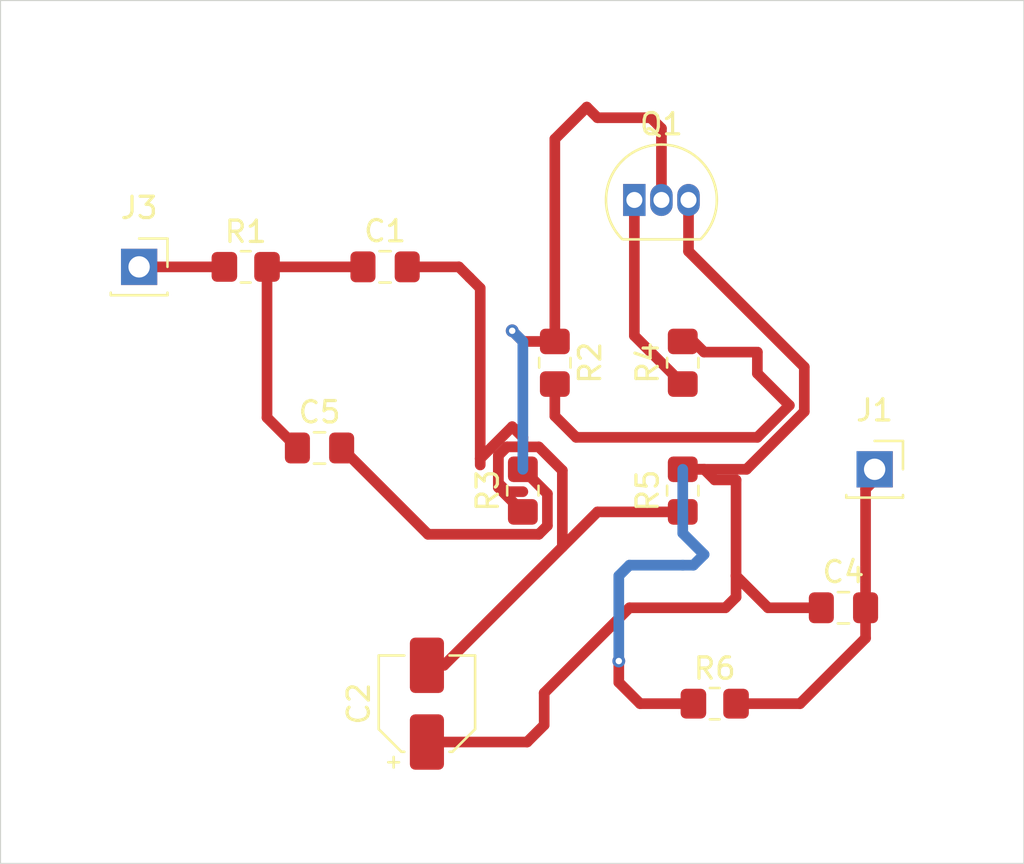
<source format=kicad_pcb>
(kicad_pcb (version 20241229) (generator "pcbnew") (generator_version "9.0")
  (title_block (title "AM Audio Circuit") (rev "1"))
  (layers (0 "F.Cu" signal) (2 "B.Cu" signal) (13 "F.Paste" user) (15 "B.Paste" user) (5 "F.SilkS" user "F.Silkscreen") (7 "B.SilkS" user "B.Silkscreen") (1 "F.Mask" user) (3 "B.Mask" user) (25 "Edge.Cuts" user))
  (net 0 "")
  (net 1 "/OUT1")
  (net 2 "GND")
  (net 3 "/OUT2")
  (net 4 "Net-(J1-Pin_1)")
  (net 5 "Net-(Q1-B)")
  (net 6 "Net-(J3-Pin_1)")
  (net 7 "Net-(Q1-C)")
  (net 8 "+9V")
  (footprint "Connector_PinSocket_2.54mm:PinSocket_1x01_P2.54mm_Vertical" (layer "F.Cu") (at 145.5 104)
    (property "Reference" "J1" (at 0 -2.77 0) (layer "F.SilkS"))
    (property "Value" "Conn_01x01_Pin")
    (fp_line (start -1.33 1.21) (end -1.33 1.33) (stroke (width 0.12)) (layer "F.SilkS"))
    (fp_line (start -1.33 1.33) (end 1.33 1.33) (stroke (width 0.12)) (layer "F.SilkS"))
    (fp_line (start 0 -1.33) (end 1.33 -1.33) (stroke (width 0.12)) (layer "F.SilkS"))
    (fp_line (start 1.33 -1.33) (end 1.33 0) (stroke (width 0.12)) (layer "F.SilkS"))
    (fp_line (start 1.33 1.21) (end 1.33 1.33) (stroke (width 0.12)) (layer "F.SilkS"))
    (pad "1" thru_hole rect (at 0 0) (size 1.7 1.7) (drill 1) (layers "*.Cu" "*.Mask") (net 4 "Net-(J1-Pin_1)"))
  )
  (footprint "Package_TO_SOT_THT:TO-92_Inline" (layer "F.Cu") (at 134.23 91.36)
    (property "Reference" "Q1" (at 1.27 -3.56 0) (layer "F.SilkS"))
    (property "Value" "BC547")
    (fp_line (start -0.53 1.85) (end 3.07 1.85) (stroke (width 0.12)) (layer "F.SilkS"))
    (fp_arc (start -0.568478 1.838478) (mid -1.132087 -0.994977) (end 1.27 -2.6) (stroke (width 0.12)) (layer "F.SilkS"))
    (fp_arc (start 1.27 -2.6) (mid 3.672087 -0.994977) (end 3.108478 1.838478) (stroke (width 0.12)) (layer "F.SilkS"))
    (pad "1" thru_hole rect (at 0 0) (size 1.05 1.5) (drill 0.75) (layers "*.Cu" "*.Mask") (net 7 "Net-(Q1-C)"))
    (pad "2" thru_hole oval (at 1.27 0) (size 1.05 1.5) (drill 0.75) (layers "*.Cu" "*.Mask") (net 5 "Net-(Q1-B)"))
    (pad "3" thru_hole oval (at 2.54 0) (size 1.05 1.5) (drill 0.75) (layers "*.Cu" "*.Mask") (net 3 "/OUT2"))
  )
  (footprint "Capacitor_SMD:C_0805_2012Metric_Pad1.18x1.45mm_HandSolder" (layer "F.Cu") (at 144.0375 110.5)
    (property "Reference" "C4" (at 0 -1.68 0) (layer "F.SilkS"))
    (property "Value" "1nF")
    (fp_line (start -0.261252 -0.735) (end 0.261252 -0.735) (stroke (width 0.12)) (layer "F.SilkS"))
    (fp_line (start -0.261252 0.735) (end 0.261252 0.735) (stroke (width 0.12)) (layer "F.SilkS"))
    (pad "1" smd roundrect (at -1.0375 0) (size 1.175 1.45) (layers "F.Cu" "F.Mask" "F.Paste") (roundrect_rratio 0.212766) (net 3 "/OUT2"))
    (pad "2" smd roundrect (at 1.0375 0) (size 1.175 1.45) (layers "F.Cu" "F.Mask" "F.Paste") (roundrect_rratio 0.212766) (net 4 "Net-(J1-Pin_1)"))
  )
  (footprint "Capacitor_SMD:CP_Elec_4x5.4" (layer "F.Cu") (at 124.5 115 90)
    (property "Reference" "C2" (at 0 -3.2 90) (layer "F.SilkS"))
    (property "Value" "10uF")
    (fp_line (start 2.26 -2.26) (end 2.26 -1.06) (stroke (width 0.12)) (layer "F.SilkS"))
    (fp_line (start -1.195563 -2.26) (end 2.26 -2.26) (stroke (width 0.12)) (layer "F.SilkS"))
    (fp_line (start -2.75 -1.81) (end -2.75 -1.31) (stroke (width 0.12)) (layer "F.SilkS"))
    (fp_line (start -3 -1.56) (end -2.5 -1.56) (stroke (width 0.12)) (layer "F.SilkS"))
    (fp_line (start -2.26 -1.195563) (end -1.195563 -2.26) (stroke (width 0.12)) (layer "F.SilkS"))
    (fp_line (start -2.26 -1.195563) (end -2.26 -1.06) (stroke (width 0.12)) (layer "F.SilkS"))
    (fp_line (start -2.26 1.195563) (end -2.26 1.06) (stroke (width 0.12)) (layer "F.SilkS"))
    (fp_line (start -2.26 1.195563) (end -1.195563 2.26) (stroke (width 0.12)) (layer "F.SilkS"))
    (fp_line (start 2.26 2.26) (end 2.26 1.06) (stroke (width 0.12)) (layer "F.SilkS"))
    (fp_line (start -1.195563 2.26) (end 2.26 2.26) (stroke (width 0.12)) (layer "F.SilkS"))
    (pad "1" smd roundrect (at -1.8 0 90) (size 2.6 1.6) (layers "F.Cu" "F.Mask" "F.Paste") (roundrect_rratio 0.15625) (net 3 "/OUT2"))
    (pad "2" smd roundrect (at 1.8 0 90) (size 2.6 1.6) (layers "F.Cu" "F.Mask" "F.Paste") (roundrect_rratio 0.15625) (net 2 "GND"))
  )
  (footprint "Connector_PinSocket_2.54mm:PinSocket_1x01_P2.54mm_Vertical" (layer "F.Cu") (at 111 94.5)
    (property "Reference" "J3" (at 0 -2.77 0) (layer "F.SilkS"))
    (property "Value" "Conn_01x01_Pin")
    (fp_line (start -1.33 1.21) (end -1.33 1.33) (stroke (width 0.12)) (layer "F.SilkS"))
    (fp_line (start -1.33 1.33) (end 1.33 1.33) (stroke (width 0.12)) (layer "F.SilkS"))
    (fp_line (start 0 -1.33) (end 1.33 -1.33) (stroke (width 0.12)) (layer "F.SilkS"))
    (fp_line (start 1.33 -1.33) (end 1.33 0) (stroke (width 0.12)) (layer "F.SilkS"))
    (fp_line (start 1.33 1.21) (end 1.33 1.33) (stroke (width 0.12)) (layer "F.SilkS"))
    (pad "1" thru_hole rect (at 0 0) (size 1.7 1.7) (drill 1) (layers "*.Cu" "*.Mask") (net 6 "Net-(J3-Pin_1)"))
  )
  (footprint "Resistor_SMD:R_0805_2012Metric_Pad1.20x1.40mm_HandSolder" (layer "F.Cu") (at 130.5 99 -90)
    (property "Reference" "R2" (at 0 -1.65 90) (layer "F.SilkS"))
    (property "Value" "47K")
    (fp_line (start -0.227064 0.735) (end 0.227064 0.735) (stroke (width 0.12)) (layer "F.SilkS"))
    (fp_line (start -0.227064 -0.735) (end 0.227064 -0.735) (stroke (width 0.12)) (layer "F.SilkS"))
    (pad "1" smd roundrect (at -1 0 270) (size 1.2 1.4) (layers "F.Cu" "F.Mask" "F.Paste") (roundrect_rratio 0.208333) (net 5 "Net-(Q1-B)"))
    (pad "2" smd roundrect (at 1 0 270) (size 1.2 1.4) (layers "F.Cu" "F.Mask" "F.Paste") (roundrect_rratio 0.208333) (net 8 "+9V"))
  )
  (footprint "Resistor_SMD:R_0805_2012Metric_Pad1.20x1.40mm_HandSolder" (layer "F.Cu") (at 136.5 99 90)
    (property "Reference" "R4" (at 0 -1.65 90) (layer "F.SilkS"))
    (property "Value" "2.2K")
    (fp_line (start -0.227064 -0.735) (end 0.227064 -0.735) (stroke (width 0.12)) (layer "F.SilkS"))
    (fp_line (start -0.227064 0.735) (end 0.227064 0.735) (stroke (width 0.12)) (layer "F.SilkS"))
    (pad "1" smd roundrect (at -1 0 90) (size 1.2 1.4) (layers "F.Cu" "F.Mask" "F.Paste") (roundrect_rratio 0.208333) (net 7 "Net-(Q1-C)"))
    (pad "2" smd roundrect (at 1 0 90) (size 1.2 1.4) (layers "F.Cu" "F.Mask" "F.Paste") (roundrect_rratio 0.208333) (net 8 "+9V"))
  )
  (footprint "Capacitor_SMD:C_0805_2012Metric_Pad1.18x1.45mm_HandSolder" (layer "F.Cu") (at 119.4625 103)
    (property "Reference" "C5" (at 0 -1.68 0) (layer "F.SilkS"))
    (property "Value" "10nF")
    (fp_line (start -0.261252 -0.735) (end 0.261252 -0.735) (stroke (width 0.12)) (layer "F.SilkS"))
    (fp_line (start -0.261252 0.735) (end 0.261252 0.735) (stroke (width 0.12)) (layer "F.SilkS"))
    (pad "1" smd roundrect (at -1.0375 0) (size 1.175 1.45) (layers "F.Cu" "F.Mask" "F.Paste") (roundrect_rratio 0.212766) (net 1 "/OUT1"))
    (pad "2" smd roundrect (at 1.0375 0) (size 1.175 1.45) (layers "F.Cu" "F.Mask" "F.Paste") (roundrect_rratio 0.212766) (net 5 "Net-(Q1-B)"))
  )
  (footprint "Capacitor_SMD:C_0805_2012Metric_Pad1.18x1.45mm_HandSolder" (layer "F.Cu") (at 122.5375 94.5)
    (property "Reference" "C1" (at 0 -1.68 0) (layer "F.SilkS"))
    (property "Value" "10nF")
    (fp_line (start -0.261252 -0.735) (end 0.261252 -0.735) (stroke (width 0.12)) (layer "F.SilkS"))
    (fp_line (start -0.261252 0.735) (end 0.261252 0.735) (stroke (width 0.12)) (layer "F.SilkS"))
    (pad "1" smd roundrect (at -1.0375 0) (size 1.175 1.45) (layers "F.Cu" "F.Mask" "F.Paste") (roundrect_rratio 0.212766) (net 1 "/OUT1"))
    (pad "2" smd roundrect (at 1.0375 0) (size 1.175 1.45) (layers "F.Cu" "F.Mask" "F.Paste") (roundrect_rratio 0.212766) (net 2 "GND"))
  )
  (footprint "Resistor_SMD:R_0805_2012Metric_Pad1.20x1.40mm_HandSolder" (layer "F.Cu") (at 138 115)
    (property "Reference" "R6" (at 0 -1.65 0) (layer "F.SilkS"))
    (property "Value" "10.6k")
    (fp_line (start -0.227064 -0.735) (end 0.227064 -0.735) (stroke (width 0.12)) (layer "F.SilkS"))
    (fp_line (start -0.227064 0.735) (end 0.227064 0.735) (stroke (width 0.12)) (layer "F.SilkS"))
    (pad "1" smd roundrect (at -1 0) (size 1.2 1.4) (layers "F.Cu" "F.Mask" "F.Paste") (roundrect_rratio 0.208333) (net 2 "GND"))
    (pad "2" smd roundrect (at 1 0) (size 1.2 1.4) (layers "F.Cu" "F.Mask" "F.Paste") (roundrect_rratio 0.208333) (net 4 "Net-(J1-Pin_1)"))
  )
  (footprint "Resistor_SMD:R_0805_2012Metric_Pad1.20x1.40mm_HandSolder" (layer "F.Cu") (at 136.5 105 90)
    (property "Reference" "R5" (at 0 -1.65 90) (layer "F.SilkS"))
    (property "Value" "1k")
    (fp_line (start -0.227064 -0.735) (end 0.227064 -0.735) (stroke (width 0.12)) (layer "F.SilkS"))
    (fp_line (start -0.227064 0.735) (end 0.227064 0.735) (stroke (width 0.12)) (layer "F.SilkS"))
    (pad "1" smd roundrect (at -1 0 90) (size 1.2 1.4) (layers "F.Cu" "F.Mask" "F.Paste") (roundrect_rratio 0.208333) (net 2 "GND"))
    (pad "2" smd roundrect (at 1 0 90) (size 1.2 1.4) (layers "F.Cu" "F.Mask" "F.Paste") (roundrect_rratio 0.208333) (net 3 "/OUT2"))
  )
  (footprint "Resistor_SMD:R_0805_2012Metric_Pad1.20x1.40mm_HandSolder" (layer "F.Cu") (at 116 94.5)
    (property "Reference" "R1" (at 0 -1.65 0) (layer "F.SilkS"))
    (property "Value" "1k")
    (fp_line (start -0.227064 -0.735) (end 0.227064 -0.735) (stroke (width 0.12)) (layer "F.SilkS"))
    (fp_line (start -0.227064 0.735) (end 0.227064 0.735) (stroke (width 0.12)) (layer "F.SilkS"))
    (pad "1" smd roundrect (at -1 0) (size 1.2 1.4) (layers "F.Cu" "F.Mask" "F.Paste") (roundrect_rratio 0.208333) (net 6 "Net-(J3-Pin_1)"))
    (pad "2" smd roundrect (at 1 0) (size 1.2 1.4) (layers "F.Cu" "F.Mask" "F.Paste") (roundrect_rratio 0.208333) (net 1 "/OUT1"))
  )
  (footprint "Resistor_SMD:R_0805_2012Metric_Pad1.20x1.40mm_HandSolder" (layer "F.Cu") (at 129 105 90)
    (property "Reference" "R3" (at 0 -1.65 90) (layer "F.SilkS"))
    (property "Value" "10K")
    (fp_line (start -0.227064 -0.735) (end 0.227064 -0.735) (stroke (width 0.12)) (layer "F.SilkS"))
    (fp_line (start -0.227064 0.735) (end 0.227064 0.735) (stroke (width 0.12)) (layer "F.SilkS"))
    (pad "1" smd roundrect (at -1 0 90) (size 1.2 1.4) (layers "F.Cu" "F.Mask" "F.Paste") (roundrect_rratio 0.208333) (net 2 "GND"))
    (pad "2" smd roundrect (at 1 0 90) (size 1.2 1.4) (layers "F.Cu" "F.Mask" "F.Paste") (roundrect_rratio 0.208333) (net 5 "Net-(Q1-B)"))
  )
  (gr_rect (start 104.5 82) (end 152.5 122.5) (stroke (width 0.05)) (fill no) (layer "Edge.Cuts"))
  (segment (start 117 101.575) (end 118.425 103) (width 0.5) (layer "F.Cu") (net 1))
  (segment (start 117 94.5) (end 121.5 94.5) (width 0.5) (layer "F.Cu") (net 1))
  (segment (start 117 94.5) (end 117 101.575) (width 0.5) (layer "F.Cu") (net 1))
  (segment (start 127.849 104.849) (end 129 106) (width 0.5) (layer "F.Cu") (net 2))
  (segment (start 123.575 94.5) (end 126 94.5) (width 0.5) (layer "F.Cu") (net 2))
  (segment (start 125.3 113.2) (end 130.852 107.648) (width 0.5) (layer "F.Cu") (net 2))
  (segment (start 130.852 107.648) (end 130.852 104.053708) (width 0.5) (layer "F.Cu") (net 2))
  (segment (start 126 94.5) (end 126.5 95) (width 0.5) (layer "F.Cu") (net 2))
  (segment (start 133.5 114) (end 133.5 113) (width 0.5) (layer "F.Cu") (net 2))
  (segment (start 127.849 104.647292) (end 128.252708 105.051) (width 0.5) (layer "F.Cu") (net 2))
  (segment (start 127.849 103.352708) (end 127.849 104.647292) (width 0.5) (layer "F.Cu") (net 2))
  (segment (start 128.252708 105.051) (end 129 105.051) (width 0.5) (layer "F.Cu") (net 2))
  (segment (start 127 95.5) (end 127 103.5) (width 0.5) (layer "F.Cu") (net 2))
  (segment (start 129 102.5) (end 129 102.949) (width 0.5) (layer "F.Cu") (net 2))
  (segment (start 127.849 103.352708) (end 127.849 104.849) (width 0.5) (layer "F.Cu") (net 2))
  (segment (start 126.5 95) (end 127 95.5) (width 0.5) (layer "F.Cu") (net 2))
  (segment (start 132.5 106) (end 130.852 107.648) (width 0.5) (layer "F.Cu") (net 2))
  (segment (start 137 115) (end 134.5 115) (width 0.5) (layer "F.Cu") (net 2))
  (segment (start 134.5 115) (end 133.5 114) (width 0.5) (layer "F.Cu") (net 2))
  (segment (start 129 102.949) (end 128.252708 102.949) (width 0.5) (layer "F.Cu") (net 2))
  (segment (start 130.852 104.053708) (end 129.747292 102.949) (width 0.5) (layer "F.Cu") (net 2))
  (segment (start 124.5 113.2) (end 125.3 113.2) (width 0.5) (layer "F.Cu") (net 2))
  (segment (start 129.747292 102.949) (end 128.252708 102.949) (width 0.5) (layer "F.Cu") (net 2))
  (segment (start 127 103.5) (end 128.5 102) (width 0.5) (layer "F.Cu") (net 2))
  (segment (start 136.5 106) (end 132.5 106) (width 0.5) (layer "F.Cu") (net 2))
  (segment (start 127 103.5) (end 127 103.798292) (width 0.5) (layer "F.Cu") (net 2))
  (segment (start 128.252708 102.949) (end 127.849 103.352708) (width 0.5) (layer "F.Cu") (net 2))
  (segment (start 128.5 102) (end 129 102.5) (width 0.5) (layer "F.Cu") (net 2))
  (via (at 133.5 113) (size 0.6) (drill 0.3) (layers "F.Cu" "B.Cu") (net 2))
  (segment (start 136.5 106.5) (end 136.5 106) (width 0.5) (layer "B.Cu") (net 2))
  (segment (start 133.5 109) (end 134 108.5) (width 0.5) (layer "B.Cu") (net 2))
  (segment (start 136.5 108.5) (end 137 108.5) (width 0.5) (layer "B.Cu") (net 2))
  (segment (start 136.5 106.5) (end 136.5 104) (width 0.5) (layer "B.Cu") (net 2))
  (segment (start 137 108.5) (end 137.5 108) (width 0.5) (layer "B.Cu") (net 2))
  (segment (start 133.5 113) (end 133.5 109) (width 0.5) (layer "B.Cu") (net 2))
  (segment (start 137.5 108) (end 136.5 107) (width 0.5) (layer "B.Cu") (net 2))
  (segment (start 134 108.5) (end 136.5 108.5) (width 0.5) (layer "B.Cu") (net 2))
  (segment (start 136.5 107) (end 136.5 106.5) (width 0.5) (layer "B.Cu") (net 2))
  (segment (start 130 114.5) (end 134 110.5) (width 0.5) (layer "F.Cu") (net 3))
  (segment (start 143 110.5) (end 140.5 110.5) (width 0.5) (layer "F.Cu") (net 3))
  (segment (start 139.491364 104) (end 142.201 101.290364) (width 0.5) (layer "F.Cu") (net 3))
  (segment (start 139 109) (end 139 104.5) (width 0.5) (layer "F.Cu") (net 3))
  (segment (start 134 110.5) (end 138.5 110.5) (width 0.5) (layer "F.Cu") (net 3))
  (segment (start 136.5 104) (end 139.491364 104) (width 0.5) (layer "F.Cu") (net 3))
  (segment (start 138 104.5) (end 137.5 104) (width 0.5) (layer "F.Cu") (net 3))
  (segment (start 139 104.5) (end 138 104.5) (width 0.5) (layer "F.Cu") (net 3))
  (segment (start 142.201 99.201) (end 136.77 93.77) (width 0.5) (layer "F.Cu") (net 3))
  (segment (start 137.5 104) (end 136.5 104) (width 0.5) (layer "F.Cu") (net 3))
  (segment (start 136.77 93.77) (end 136.77 91.36) (width 0.5) (layer "F.Cu") (net 3))
  (segment (start 142.201 101.290364) (end 142.201 99.201) (width 0.5) (layer "F.Cu") (net 3))
  (segment (start 129.2 116.8) (end 130 116) (width 0.5) (layer "F.Cu") (net 3))
  (segment (start 124.5 116.8) (end 129.2 116.8) (width 0.5) (layer "F.Cu") (net 3))
  (segment (start 140.5 110.5) (end 139 109) (width 0.5) (layer "F.Cu") (net 3))
  (segment (start 130 116) (end 130 114.5) (width 0.5) (layer "F.Cu") (net 3))
  (segment (start 139 110) (end 139 109) (width 0.5) (layer "F.Cu") (net 3))
  (segment (start 138.5 110.5) (end 139 110) (width 0.5) (layer "F.Cu") (net 3))
  (segment (start 145.075 111.925) (end 145.075 110.5) (width 0.5) (layer "F.Cu") (net 4))
  (segment (start 142 115) (end 145.075 111.925) (width 0.5) (layer "F.Cu") (net 4))
  (segment (start 145.5 104) (end 145.5 104.5) (width 0.5) (layer "F.Cu") (net 4))
  (segment (start 145.075 104.925) (end 145.075 110.5) (width 0.5) (layer "F.Cu") (net 4))
  (segment (start 145.5 104.5) (end 145.075 104.925) (width 0.5) (layer "F.Cu") (net 4))
  (segment (start 139 115) (end 142 115) (width 0.5) (layer "F.Cu") (net 4))
  (segment (start 129.747292 107.051) (end 130.151 106.647292) (width 0.5) (layer "F.Cu") (net 5))
  (segment (start 130.5 88.5) (end 132 87) (width 0.5) (layer "F.Cu") (net 5))
  (segment (start 124.551 107.051) (end 129.747292 107.051) (width 0.5) (layer "F.Cu") (net 5))
  (segment (start 130.5 98) (end 130.5 88.5) (width 0.5) (layer "F.Cu") (net 5))
  (segment (start 130.151 105.151) (end 129 104) (width 0.5) (layer "F.Cu") (net 5))
  (segment (start 135.5 88) (end 135.5 91.36) (width 0.5) (layer "F.Cu") (net 5))
  (segment (start 132 87) (end 132.5 87.5) (width 0.5) (layer "F.Cu") (net 5))
  (segment (start 130.5 98) (end 129 98) (width 0.5) (layer "F.Cu") (net 5))
  (segment (start 135 87.5) (end 135.5 88) (width 0.5) (layer "F.Cu") (net 5))
  (segment (start 132.5 87.5) (end 135 87.5) (width 0.5) (layer "F.Cu") (net 5))
  (segment (start 120.5 103) (end 124.551 107.051) (width 0.5) (layer "F.Cu") (net 5))
  (segment (start 130.151 106.647292) (end 130.151 105.151) (width 0.5) (layer "F.Cu") (net 5))
  (segment (start 129 98) (end 128.5 97.5) (width 0.5) (layer "F.Cu") (net 5))
  (via (at 128.5 97.5) (size 0.6) (drill 0.3) (layers "F.Cu" "B.Cu") (net 5))
  (segment (start 129 98) (end 129 104) (width 0.5) (layer "B.Cu") (net 5))
  (segment (start 128.5 97.5) (end 129 98) (width 0.5) (layer "B.Cu") (net 5))
  (segment (start 111 94.5) (end 115 94.5) (width 0.5) (layer "F.Cu") (net 6))
  (segment (start 134.23 91.36) (end 134.23 97.73) (width 0.5) (layer "F.Cu") (net 7))
  (segment (start 134.23 97.73) (end 136.5 100) (width 0.5) (layer "F.Cu") (net 7))
  (segment (start 130.5 101.5) (end 130.5 100) (width 0.5) (layer "F.Cu") (net 8))
  (segment (start 131.5 102.5) (end 130.5 101.5) (width 0.5) (layer "F.Cu") (net 8))
  (segment (start 140 99.5) (end 141.5 101) (width 0.5) (layer "F.Cu") (net 8))
  (segment (start 140 98.5) (end 140 99.5) (width 0.5) (layer "F.Cu") (net 8))
  (segment (start 141.5 101) (end 140 102.5) (width 0.5) (layer "F.Cu") (net 8))
  (segment (start 137 98) (end 137.5 98.5) (width 0.5) (layer "F.Cu") (net 8))
  (segment (start 140 102.5) (end 131.5 102.5) (width 0.5) (layer "F.Cu") (net 8))
  (segment (start 136.5 98) (end 137 98) (width 0.5) (layer "F.Cu") (net 8))
  (segment (start 137.5 98.5) (end 140 98.5) (width 0.5) (layer "F.Cu") (net 8))
)
</source>
